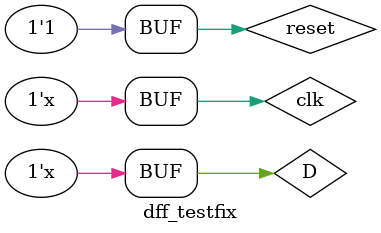
<source format=v>
`timescale 1ns / 1ps


module dff_testfix;

	// Inputs
	reg D;
	reg clk;
	reg reset;

	// Outputs
	wire Q;

	// Instantiate the Unit Under Test (UUT)
	DFlipFlop uut (
		.Q(Q), 
		.D(D), 
		.clk(clk), 
		.reset(reset)
	);

	initial begin
		// Initialize Inputs
		D = 0;
		clk = 0;
		reset = 1;

		// Wait 100 ns for global reset to finish
		#100;
   
		// Add stimulus here

	end
     always #5 clk = ~clk;
	  always #10 D = ~D;

endmodule


</source>
